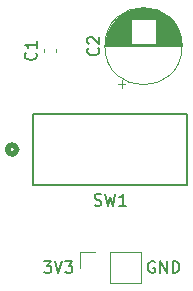
<source format=gbr>
%TF.GenerationSoftware,KiCad,Pcbnew,9.0.1-9.0.1-0~ubuntu24.04.1*%
%TF.CreationDate,2025-04-06T11:06:09+01:00*%
%TF.ProjectId,AccessibleSwitches,41636365-7373-4696-926c-655377697463,rev?*%
%TF.SameCoordinates,Original*%
%TF.FileFunction,Legend,Top*%
%TF.FilePolarity,Positive*%
%FSLAX46Y46*%
G04 Gerber Fmt 4.6, Leading zero omitted, Abs format (unit mm)*
G04 Created by KiCad (PCBNEW 9.0.1-9.0.1-0~ubuntu24.04.1) date 2025-04-06 11:06:09*
%MOMM*%
%LPD*%
G01*
G04 APERTURE LIST*
%ADD10C,0.150000*%
%ADD11C,0.152400*%
%ADD12C,0.508000*%
%ADD13C,0.120000*%
G04 APERTURE END LIST*
D10*
X152438095Y-100502438D02*
X152342857Y-100454819D01*
X152342857Y-100454819D02*
X152200000Y-100454819D01*
X152200000Y-100454819D02*
X152057143Y-100502438D01*
X152057143Y-100502438D02*
X151961905Y-100597676D01*
X151961905Y-100597676D02*
X151914286Y-100692914D01*
X151914286Y-100692914D02*
X151866667Y-100883390D01*
X151866667Y-100883390D02*
X151866667Y-101026247D01*
X151866667Y-101026247D02*
X151914286Y-101216723D01*
X151914286Y-101216723D02*
X151961905Y-101311961D01*
X151961905Y-101311961D02*
X152057143Y-101407200D01*
X152057143Y-101407200D02*
X152200000Y-101454819D01*
X152200000Y-101454819D02*
X152295238Y-101454819D01*
X152295238Y-101454819D02*
X152438095Y-101407200D01*
X152438095Y-101407200D02*
X152485714Y-101359580D01*
X152485714Y-101359580D02*
X152485714Y-101026247D01*
X152485714Y-101026247D02*
X152295238Y-101026247D01*
X152914286Y-101454819D02*
X152914286Y-100454819D01*
X152914286Y-100454819D02*
X153485714Y-101454819D01*
X153485714Y-101454819D02*
X153485714Y-100454819D01*
X153961905Y-101454819D02*
X153961905Y-100454819D01*
X153961905Y-100454819D02*
X154200000Y-100454819D01*
X154200000Y-100454819D02*
X154342857Y-100502438D01*
X154342857Y-100502438D02*
X154438095Y-100597676D01*
X154438095Y-100597676D02*
X154485714Y-100692914D01*
X154485714Y-100692914D02*
X154533333Y-100883390D01*
X154533333Y-100883390D02*
X154533333Y-101026247D01*
X154533333Y-101026247D02*
X154485714Y-101216723D01*
X154485714Y-101216723D02*
X154438095Y-101311961D01*
X154438095Y-101311961D02*
X154342857Y-101407200D01*
X154342857Y-101407200D02*
X154200000Y-101454819D01*
X154200000Y-101454819D02*
X153961905Y-101454819D01*
X143061905Y-100454819D02*
X143680952Y-100454819D01*
X143680952Y-100454819D02*
X143347619Y-100835771D01*
X143347619Y-100835771D02*
X143490476Y-100835771D01*
X143490476Y-100835771D02*
X143585714Y-100883390D01*
X143585714Y-100883390D02*
X143633333Y-100931009D01*
X143633333Y-100931009D02*
X143680952Y-101026247D01*
X143680952Y-101026247D02*
X143680952Y-101264342D01*
X143680952Y-101264342D02*
X143633333Y-101359580D01*
X143633333Y-101359580D02*
X143585714Y-101407200D01*
X143585714Y-101407200D02*
X143490476Y-101454819D01*
X143490476Y-101454819D02*
X143204762Y-101454819D01*
X143204762Y-101454819D02*
X143109524Y-101407200D01*
X143109524Y-101407200D02*
X143061905Y-101359580D01*
X143966667Y-100454819D02*
X144300000Y-101454819D01*
X144300000Y-101454819D02*
X144633333Y-100454819D01*
X144871429Y-100454819D02*
X145490476Y-100454819D01*
X145490476Y-100454819D02*
X145157143Y-100835771D01*
X145157143Y-100835771D02*
X145300000Y-100835771D01*
X145300000Y-100835771D02*
X145395238Y-100883390D01*
X145395238Y-100883390D02*
X145442857Y-100931009D01*
X145442857Y-100931009D02*
X145490476Y-101026247D01*
X145490476Y-101026247D02*
X145490476Y-101264342D01*
X145490476Y-101264342D02*
X145442857Y-101359580D01*
X145442857Y-101359580D02*
X145395238Y-101407200D01*
X145395238Y-101407200D02*
X145300000Y-101454819D01*
X145300000Y-101454819D02*
X145014286Y-101454819D01*
X145014286Y-101454819D02*
X144919048Y-101407200D01*
X144919048Y-101407200D02*
X144871429Y-101359580D01*
X147366667Y-95707200D02*
X147509524Y-95754819D01*
X147509524Y-95754819D02*
X147747619Y-95754819D01*
X147747619Y-95754819D02*
X147842857Y-95707200D01*
X147842857Y-95707200D02*
X147890476Y-95659580D01*
X147890476Y-95659580D02*
X147938095Y-95564342D01*
X147938095Y-95564342D02*
X147938095Y-95469104D01*
X147938095Y-95469104D02*
X147890476Y-95373866D01*
X147890476Y-95373866D02*
X147842857Y-95326247D01*
X147842857Y-95326247D02*
X147747619Y-95278628D01*
X147747619Y-95278628D02*
X147557143Y-95231009D01*
X147557143Y-95231009D02*
X147461905Y-95183390D01*
X147461905Y-95183390D02*
X147414286Y-95135771D01*
X147414286Y-95135771D02*
X147366667Y-95040533D01*
X147366667Y-95040533D02*
X147366667Y-94945295D01*
X147366667Y-94945295D02*
X147414286Y-94850057D01*
X147414286Y-94850057D02*
X147461905Y-94802438D01*
X147461905Y-94802438D02*
X147557143Y-94754819D01*
X147557143Y-94754819D02*
X147795238Y-94754819D01*
X147795238Y-94754819D02*
X147938095Y-94802438D01*
X148271429Y-94754819D02*
X148509524Y-95754819D01*
X148509524Y-95754819D02*
X148700000Y-95040533D01*
X148700000Y-95040533D02*
X148890476Y-95754819D01*
X148890476Y-95754819D02*
X149128572Y-94754819D01*
X150033333Y-95754819D02*
X149461905Y-95754819D01*
X149747619Y-95754819D02*
X149747619Y-94754819D01*
X149747619Y-94754819D02*
X149652381Y-94897676D01*
X149652381Y-94897676D02*
X149557143Y-94992914D01*
X149557143Y-94992914D02*
X149461905Y-95040533D01*
X142359580Y-82804166D02*
X142407200Y-82851785D01*
X142407200Y-82851785D02*
X142454819Y-82994642D01*
X142454819Y-82994642D02*
X142454819Y-83089880D01*
X142454819Y-83089880D02*
X142407200Y-83232737D01*
X142407200Y-83232737D02*
X142311961Y-83327975D01*
X142311961Y-83327975D02*
X142216723Y-83375594D01*
X142216723Y-83375594D02*
X142026247Y-83423213D01*
X142026247Y-83423213D02*
X141883390Y-83423213D01*
X141883390Y-83423213D02*
X141692914Y-83375594D01*
X141692914Y-83375594D02*
X141597676Y-83327975D01*
X141597676Y-83327975D02*
X141502438Y-83232737D01*
X141502438Y-83232737D02*
X141454819Y-83089880D01*
X141454819Y-83089880D02*
X141454819Y-82994642D01*
X141454819Y-82994642D02*
X141502438Y-82851785D01*
X141502438Y-82851785D02*
X141550057Y-82804166D01*
X142454819Y-81851785D02*
X142454819Y-82423213D01*
X142454819Y-82137499D02*
X141454819Y-82137499D01*
X141454819Y-82137499D02*
X141597676Y-82232737D01*
X141597676Y-82232737D02*
X141692914Y-82327975D01*
X141692914Y-82327975D02*
X141740533Y-82423213D01*
X147659580Y-82416666D02*
X147707200Y-82464285D01*
X147707200Y-82464285D02*
X147754819Y-82607142D01*
X147754819Y-82607142D02*
X147754819Y-82702380D01*
X147754819Y-82702380D02*
X147707200Y-82845237D01*
X147707200Y-82845237D02*
X147611961Y-82940475D01*
X147611961Y-82940475D02*
X147516723Y-82988094D01*
X147516723Y-82988094D02*
X147326247Y-83035713D01*
X147326247Y-83035713D02*
X147183390Y-83035713D01*
X147183390Y-83035713D02*
X146992914Y-82988094D01*
X146992914Y-82988094D02*
X146897676Y-82940475D01*
X146897676Y-82940475D02*
X146802438Y-82845237D01*
X146802438Y-82845237D02*
X146754819Y-82702380D01*
X146754819Y-82702380D02*
X146754819Y-82607142D01*
X146754819Y-82607142D02*
X146802438Y-82464285D01*
X146802438Y-82464285D02*
X146850057Y-82416666D01*
X146850057Y-82035713D02*
X146802438Y-81988094D01*
X146802438Y-81988094D02*
X146754819Y-81892856D01*
X146754819Y-81892856D02*
X146754819Y-81654761D01*
X146754819Y-81654761D02*
X146802438Y-81559523D01*
X146802438Y-81559523D02*
X146850057Y-81511904D01*
X146850057Y-81511904D02*
X146945295Y-81464285D01*
X146945295Y-81464285D02*
X147040533Y-81464285D01*
X147040533Y-81464285D02*
X147183390Y-81511904D01*
X147183390Y-81511904D02*
X147754819Y-82083332D01*
X147754819Y-82083332D02*
X147754819Y-81464285D01*
D11*
%TO.C,SW1*%
X142154579Y-87977400D02*
X142154579Y-94022600D01*
X142154579Y-94022600D02*
X155210179Y-94022600D01*
X155210179Y-87977400D02*
X142154579Y-87977400D01*
X155210179Y-94022600D02*
X155210179Y-87977400D01*
D12*
X140757579Y-91000000D02*
G75*
G02*
X139995579Y-91000000I-381000J0D01*
G01*
X139995579Y-91000000D02*
G75*
G02*
X140757579Y-91000000I381000J0D01*
G01*
D13*
%TO.C,C1*%
X143090000Y-82783767D02*
X143090000Y-82491233D01*
X144110000Y-82783767D02*
X144110000Y-82491233D01*
%TO.C,C2*%
X148270000Y-82170000D02*
X154730000Y-82170000D01*
X148270000Y-82210000D02*
X154730000Y-82210000D01*
X148270000Y-82250000D02*
X154730000Y-82250000D01*
X148272000Y-82130000D02*
X154728000Y-82130000D01*
X148273000Y-82090000D02*
X154727000Y-82090000D01*
X148276000Y-82050000D02*
X154724000Y-82050000D01*
X148278000Y-82010000D02*
X150460000Y-82010000D01*
X148282000Y-81970000D02*
X150460000Y-81970000D01*
X148285000Y-81930000D02*
X150460000Y-81930000D01*
X148289000Y-81890000D02*
X150460000Y-81890000D01*
X148294000Y-81850000D02*
X150460000Y-81850000D01*
X148299000Y-81810000D02*
X150460000Y-81810000D01*
X148305000Y-81770000D02*
X150460000Y-81770000D01*
X148311000Y-81730000D02*
X150460000Y-81730000D01*
X148318000Y-81690000D02*
X150460000Y-81690000D01*
X148325000Y-81650000D02*
X150460000Y-81650000D01*
X148333000Y-81610000D02*
X150460000Y-81610000D01*
X148341000Y-81570000D02*
X150460000Y-81570000D01*
X148350000Y-81529000D02*
X150460000Y-81529000D01*
X148359000Y-81489000D02*
X150460000Y-81489000D01*
X148369000Y-81449000D02*
X150460000Y-81449000D01*
X148379000Y-81409000D02*
X150460000Y-81409000D01*
X148390000Y-81369000D02*
X150460000Y-81369000D01*
X148402000Y-81329000D02*
X150460000Y-81329000D01*
X148414000Y-81289000D02*
X150460000Y-81289000D01*
X148426000Y-81249000D02*
X150460000Y-81249000D01*
X148439000Y-81209000D02*
X150460000Y-81209000D01*
X148453000Y-81169000D02*
X150460000Y-81169000D01*
X148467000Y-81129000D02*
X150460000Y-81129000D01*
X148482000Y-81089000D02*
X150460000Y-81089000D01*
X148498000Y-81049000D02*
X150460000Y-81049000D01*
X148514000Y-81009000D02*
X150460000Y-81009000D01*
X148530000Y-80969000D02*
X150460000Y-80969000D01*
X148548000Y-80929000D02*
X150460000Y-80929000D01*
X148566000Y-80889000D02*
X150460000Y-80889000D01*
X148584000Y-80849000D02*
X150460000Y-80849000D01*
X148604000Y-80809000D02*
X150460000Y-80809000D01*
X148624000Y-80769000D02*
X150460000Y-80769000D01*
X148644000Y-80729000D02*
X150460000Y-80729000D01*
X148666000Y-80689000D02*
X150460000Y-80689000D01*
X148688000Y-80649000D02*
X150460000Y-80649000D01*
X148710000Y-80609000D02*
X150460000Y-80609000D01*
X148734000Y-80569000D02*
X150460000Y-80569000D01*
X148758000Y-80529000D02*
X150460000Y-80529000D01*
X148784000Y-80489000D02*
X150460000Y-80489000D01*
X148810000Y-80449000D02*
X150460000Y-80449000D01*
X148836000Y-80409000D02*
X150460000Y-80409000D01*
X148864000Y-80369000D02*
X150460000Y-80369000D01*
X148893000Y-80329000D02*
X150460000Y-80329000D01*
X148922000Y-80289000D02*
X150460000Y-80289000D01*
X148952000Y-80249000D02*
X150460000Y-80249000D01*
X148984000Y-80209000D02*
X150460000Y-80209000D01*
X149016000Y-80169000D02*
X150460000Y-80169000D01*
X149050000Y-80129000D02*
X150460000Y-80129000D01*
X149084000Y-80089000D02*
X150460000Y-80089000D01*
X149120000Y-80049000D02*
X150460000Y-80049000D01*
X149157000Y-80009000D02*
X150460000Y-80009000D01*
X149195000Y-79969000D02*
X150460000Y-79969000D01*
X149235000Y-79929000D02*
X153765000Y-79929000D01*
X149276000Y-79889000D02*
X153724000Y-79889000D01*
X149318000Y-79849000D02*
X153682000Y-79849000D01*
X149346000Y-85435241D02*
X149976000Y-85435241D01*
X149363000Y-79809000D02*
X153637000Y-79809000D01*
X149408000Y-79769000D02*
X153592000Y-79769000D01*
X149456000Y-79729000D02*
X153544000Y-79729000D01*
X149505000Y-79689000D02*
X153495000Y-79689000D01*
X149556000Y-79649000D02*
X153444000Y-79649000D01*
X149610000Y-79609000D02*
X153390000Y-79609000D01*
X149661000Y-85750241D02*
X149661000Y-85120241D01*
X149666000Y-79569000D02*
X153334000Y-79569000D01*
X149724000Y-79529000D02*
X153276000Y-79529000D01*
X149786000Y-79489000D02*
X153214000Y-79489000D01*
X149850000Y-79449000D02*
X153150000Y-79449000D01*
X149919000Y-79409000D02*
X153081000Y-79409000D01*
X149991000Y-79369000D02*
X153009000Y-79369000D01*
X150068000Y-79329000D02*
X152932000Y-79329000D01*
X150150000Y-79289000D02*
X152850000Y-79289000D01*
X150238000Y-79249000D02*
X152762000Y-79249000D01*
X150335000Y-79209000D02*
X152665000Y-79209000D01*
X150441000Y-79169000D02*
X152559000Y-79169000D01*
X150560000Y-79129000D02*
X152440000Y-79129000D01*
X150698000Y-79089000D02*
X152302000Y-79089000D01*
X150867000Y-79049000D02*
X152133000Y-79049000D01*
X151098000Y-79009000D02*
X151902000Y-79009000D01*
X152540000Y-79969000D02*
X153805000Y-79969000D01*
X152540000Y-80009000D02*
X153843000Y-80009000D01*
X152540000Y-80049000D02*
X153880000Y-80049000D01*
X152540000Y-80089000D02*
X153916000Y-80089000D01*
X152540000Y-80129000D02*
X153950000Y-80129000D01*
X152540000Y-80169000D02*
X153984000Y-80169000D01*
X152540000Y-80209000D02*
X154016000Y-80209000D01*
X152540000Y-80249000D02*
X154048000Y-80249000D01*
X152540000Y-80289000D02*
X154078000Y-80289000D01*
X152540000Y-80329000D02*
X154107000Y-80329000D01*
X152540000Y-80369000D02*
X154136000Y-80369000D01*
X152540000Y-80409000D02*
X154164000Y-80409000D01*
X152540000Y-80449000D02*
X154190000Y-80449000D01*
X152540000Y-80489000D02*
X154216000Y-80489000D01*
X152540000Y-80529000D02*
X154242000Y-80529000D01*
X152540000Y-80569000D02*
X154266000Y-80569000D01*
X152540000Y-80609000D02*
X154290000Y-80609000D01*
X152540000Y-80649000D02*
X154312000Y-80649000D01*
X152540000Y-80689000D02*
X154334000Y-80689000D01*
X152540000Y-80729000D02*
X154356000Y-80729000D01*
X152540000Y-80769000D02*
X154376000Y-80769000D01*
X152540000Y-80809000D02*
X154396000Y-80809000D01*
X152540000Y-80849000D02*
X154416000Y-80849000D01*
X152540000Y-80889000D02*
X154434000Y-80889000D01*
X152540000Y-80929000D02*
X154452000Y-80929000D01*
X152540000Y-80969000D02*
X154470000Y-80969000D01*
X152540000Y-81009000D02*
X154486000Y-81009000D01*
X152540000Y-81049000D02*
X154502000Y-81049000D01*
X152540000Y-81089000D02*
X154518000Y-81089000D01*
X152540000Y-81129000D02*
X154533000Y-81129000D01*
X152540000Y-81169000D02*
X154547000Y-81169000D01*
X152540000Y-81209000D02*
X154561000Y-81209000D01*
X152540000Y-81249000D02*
X154574000Y-81249000D01*
X152540000Y-81289000D02*
X154586000Y-81289000D01*
X152540000Y-81329000D02*
X154598000Y-81329000D01*
X152540000Y-81369000D02*
X154610000Y-81369000D01*
X152540000Y-81409000D02*
X154621000Y-81409000D01*
X152540000Y-81449000D02*
X154631000Y-81449000D01*
X152540000Y-81489000D02*
X154641000Y-81489000D01*
X152540000Y-81529000D02*
X154650000Y-81529000D01*
X152540000Y-81570000D02*
X154659000Y-81570000D01*
X152540000Y-81610000D02*
X154667000Y-81610000D01*
X152540000Y-81650000D02*
X154675000Y-81650000D01*
X152540000Y-81690000D02*
X154682000Y-81690000D01*
X152540000Y-81730000D02*
X154689000Y-81730000D01*
X152540000Y-81770000D02*
X154695000Y-81770000D01*
X152540000Y-81810000D02*
X154701000Y-81810000D01*
X152540000Y-81850000D02*
X154706000Y-81850000D01*
X152540000Y-81890000D02*
X154711000Y-81890000D01*
X152540000Y-81930000D02*
X154715000Y-81930000D01*
X152540000Y-81970000D02*
X154718000Y-81970000D01*
X152540000Y-82010000D02*
X154722000Y-82010000D01*
X154770000Y-82250000D02*
G75*
G02*
X148230000Y-82250000I-3270000J0D01*
G01*
X148230000Y-82250000D02*
G75*
G02*
X154770000Y-82250000I3270000J0D01*
G01*
%TO.C,J1*%
X146102379Y-99670000D02*
X147432379Y-99670000D01*
X146102379Y-101000000D02*
X146102379Y-99670000D01*
X148702379Y-99670000D02*
X151302379Y-99670000D01*
X148702379Y-102330000D02*
X148702379Y-99670000D01*
X148702379Y-102330000D02*
X151302379Y-102330000D01*
X151302379Y-102330000D02*
X151302379Y-99670000D01*
%TD*%
M02*

</source>
